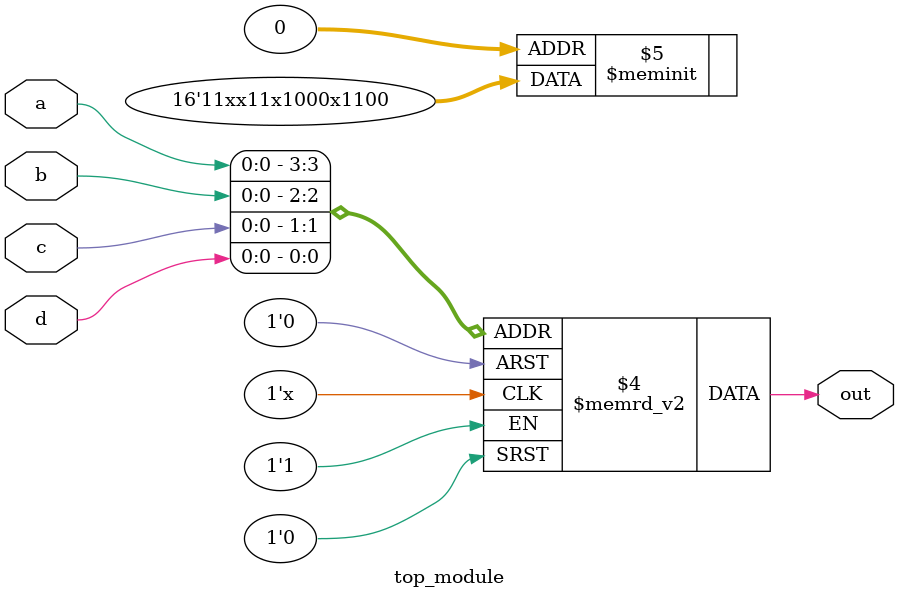
<source format=sv>
module top_module (
    input a, 
    input b,
    input c,
    input d,
    output reg out
);

always @(*) begin
    case ({a, b, c, d})
        4'b0000: out = 1'b0;
        4'b0001: out = 1'b0;
        4'b0011: out = 1'b1;
        4'b0010: out = 1'b1;
        4'b0100: out = 1'bx;
        4'b0101: out = 1'b0;
        4'b0111: out = 1'b0;
        4'b0110: out = 1'b0;
        4'b1000: out = 1'b1;
        4'b1001: out = 1'bx;
        4'b1111: out = 1'b1;
        4'b1110: out = 1'b1;
        4'b1011: out = 1'b1;
        4'b1010: out = 1'b1;
        default: out = 1'bx;
    endcase
end

endmodule

</source>
